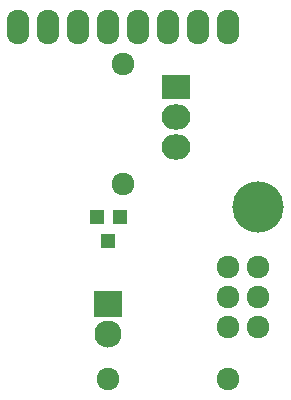
<source format=gts>
G04 #@! TF.FileFunction,Soldermask,Top*
%FSLAX46Y46*%
G04 Gerber Fmt 4.6, Leading zero omitted, Abs format (unit mm)*
G04 Created by KiCad (PCBNEW 4.0.2-stable) date 2016/6/3 下午 03:13:17*
%MOMM*%
G01*
G04 APERTURE LIST*
%ADD10C,0.100000*%
%ADD11O,1.924000X2.940000*%
%ADD12C,4.337000*%
%ADD13C,1.924000*%
%ADD14R,1.200100X1.200100*%
%ADD15R,2.432000X2.127200*%
%ADD16O,2.432000X2.127200*%
%ADD17R,2.400000X2.300000*%
%ADD18C,2.300000*%
G04 APERTURE END LIST*
D10*
D11*
X229870000Y-95250000D03*
X227330000Y-95250000D03*
X224790000Y-95250000D03*
X222250000Y-95250000D03*
X219710000Y-95250000D03*
X217170000Y-95250000D03*
X214630000Y-95250000D03*
X212090000Y-95250000D03*
D12*
X232410000Y-110490000D03*
D13*
X229870000Y-120650000D03*
X232410000Y-120650000D03*
X232410000Y-118110000D03*
X229870000Y-118110000D03*
X229870000Y-115570000D03*
X232410000Y-115570000D03*
D14*
X220660000Y-111394240D03*
X218760000Y-111394240D03*
X219710000Y-113393220D03*
D13*
X220980000Y-108585000D03*
X220980000Y-98425000D03*
X229870000Y-125095000D03*
X219710000Y-125095000D03*
D15*
X225425000Y-100330000D03*
D16*
X225425000Y-102870000D03*
X225425000Y-105410000D03*
D17*
X219710000Y-118745000D03*
D18*
X219710000Y-121285000D03*
M02*

</source>
